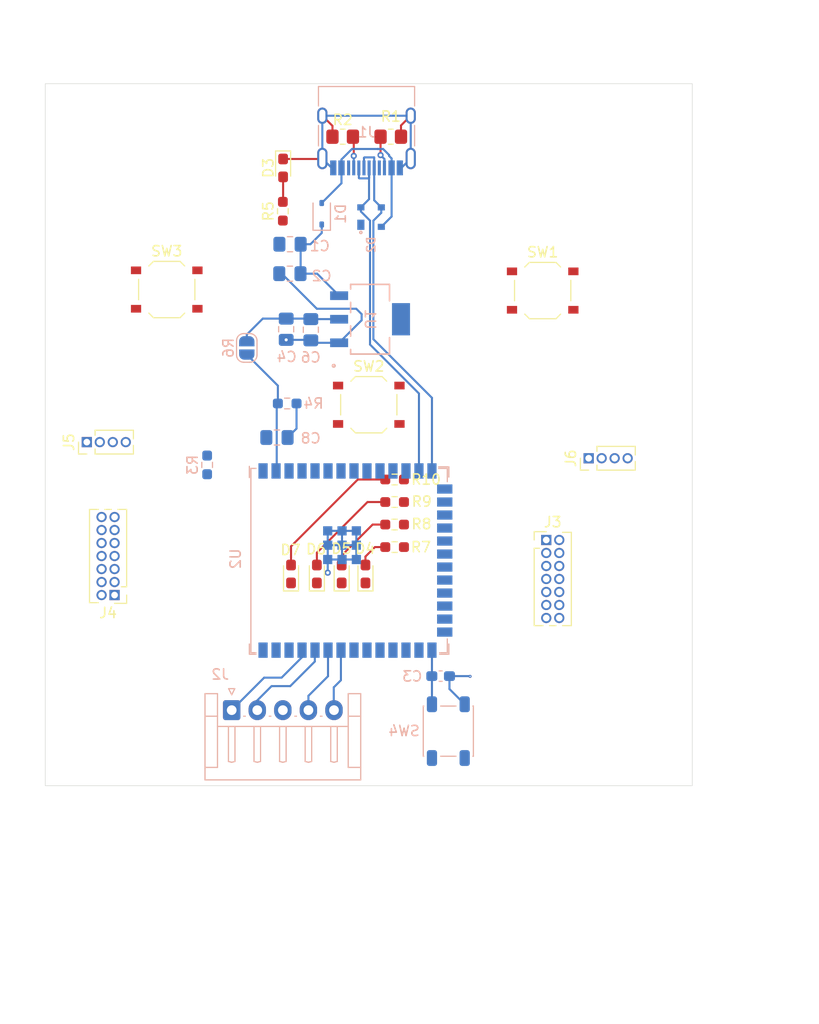
<source format=kicad_pcb>
(kicad_pcb (version 20241229) (generator "pcbnew") (generator_version "9.0")
  (layers (0 "F.Cu" signal) (2 "B.Cu" signal) (13 "F.Paste" user) (15 "B.Paste" user) (5 "F.SilkS" user "F.Silkscreen") (7 "B.SilkS" user "B.Silkscreen") (1 "F.Mask" user) (3 "B.Mask" user) (25 "Edge.Cuts" user))
  (net 0 "")
  (net 1 "GND")
  (net 2 "VCC_3V3")
  (net 3 "GPIO0")
  (net 4 "VCC_5V")
  (net 5 "VBUS")
  (net 6 "Net-(D3-A)")
  (net 7 "Net-(D5-A)")
  (net 8 "Net-(D4-A)")
  (net 9 "Net-(D6-A)")
  (net 10 "Net-(D7-A)")
  (net 11 "D-")
  (net 12 "D+")
  (net 15 "TXD0")
  (net 16 "/CC2")
  (net 17 "/CC1")
  (net 18 "RXD0")
  (net 19 "GPIO41")
  (net 20 "GPIO42")
  (net 21 "/CHIP_PU")
  (net 22 "GPIO2")
  (net 23 "GPIO1")
  (net 24 "GPIO7")
  (net 25 "GPIO10")
  (net 26 "GPIO9")
  (net 27 "GPIO8")
  (net 28 "GPIO13")
  (net 29 "GPIO4")
  (net 30 "GPIO11")
  (net 31 "GPIO14")
  (net 32 "GPIO12")
  (net 33 "GPIO5")
  (net 34 "GPIO16")
  (net 35 "GPIO18")
  (net 36 "GPIO6")
  (net 37 "GPIO17")
  (net 38 "GPIO3")
  (net 39 "ESP_3.3V")
  (net 40 "GPIO35")
  (net 41 "GPIO36")
  (net 42 "GPIO37")
  (net 43 "GPIO38")
  (net 44 "GPIO21")
  (net 45 "GPIO47")
  (net 46 "GPIO48")
  (footprint "Resistor_SMD:R_0603_1608Metric_Pad0.98x0.95mm_HandSolder" (layer "F.Cu") (at 149.975 118.4 180)
    (property "Reference" "R7" (at -2.575 0 180) (layer "F.SilkS"))
    (property "Value" "1K" (hide yes))
    (pad "1" smd roundrect (at -0.9125 0 180) (size 0.975 0.95) (layers "F.Cu" "F.Mask" "F.Paste") (net 43 "GPIO38"))
    (pad "2" smd roundrect (at 0.9125 0 180) (size 0.975 0.95) (layers "F.Cu" "F.Mask" "F.Paste") (net 8 "Net-(D4-A)"))
  )
  (footprint "LED_SMD:LED_0603_1608Metric_Pad1.05x0.95mm_HandSolder" (layer "F.Cu") (at 142.375 121.025 90)
    (property "Reference" "D6" (at 2.425 -0.075 0) (layer "F.SilkS"))
    (property "Value" "LED" (hide yes))
    (pad "1" smd roundrect (at -0.875 0 90) (size 1.05 0.95) (layers "F.Cu" "F.Mask" "F.Paste") (net 1 "GND"))
    (pad "2" smd roundrect (at 0.875 0 90) (size 1.05 0.95) (layers "F.Cu" "F.Mask" "F.Paste") (net 9 "Net-(D6-A)"))
  )
  (footprint "Resistor_SMD:R_0603_1608Metric_Pad0.98x0.95mm_HandSolder" (layer "F.Cu") (at 149.975 111.8 180)
    (property "Reference" "R10" (at -3.075 0 180) (layer "F.SilkS"))
    (property "Value" "1K" (hide yes))
    (pad "1" smd roundrect (at -0.9125 0 180) (size 0.975 0.95) (layers "F.Cu" "F.Mask" "F.Paste") (net 40 "GPIO35"))
    (pad "2" smd roundrect (at 0.9125 0 180) (size 0.975 0.95) (layers "F.Cu" "F.Mask" "F.Paste") (net 10 "Net-(D7-A)"))
  )
  (footprint "Resistor_SMD:R_0603_1608Metric_Pad0.98x0.95mm_HandSolder" (layer "F.Cu") (at 149.975 116.2 180)
    (property "Reference" "R8" (at -2.625 0.05 180) (layer "F.SilkS"))
    (property "Value" "1K" (hide yes))
    (pad "1" smd roundrect (at -0.9125 0 180) (size 0.975 0.95) (layers "F.Cu" "F.Mask" "F.Paste") (net 42 "GPIO37"))
    (pad "2" smd roundrect (at 0.9125 0 180) (size 0.975 0.95) (layers "F.Cu" "F.Mask" "F.Paste") (net 7 "Net-(D5-A)"))
  )
  (footprint "LED_SMD:LED_0603_1608Metric_Pad1.05x0.95mm_HandSolder" (layer "F.Cu") (at 144.8 121.025 90)
    (property "Reference" "D5" (at 2.475 -0.025 0) (layer "F.SilkS"))
    (property "Value" "LED" (hide yes))
    (pad "1" smd roundrect (at -0.875 0 90) (size 1.05 0.95) (layers "F.Cu" "F.Mask" "F.Paste") (net 1 "GND"))
    (pad "2" smd roundrect (at 0.875 0 90) (size 1.05 0.95) (layers "F.Cu" "F.Mask" "F.Paste") (net 7 "Net-(D5-A)"))
  )
  (footprint "Button_Switch_SMD:SW_Push_1P1T_XKB_TS-1187A" (layer "F.Cu") (at 147.45 104.5)
    (property "Reference" "SW2" (at 0 -3.75 0) (layer "F.SilkS"))
    (property "Value" "SW_Push" (hide yes))
    (pad "1" smd rect (at -3 -1.875) (size 1 0.75) (layers "F.Cu" "F.Mask" "F.Paste") (net 1 "GND"))
    (pad "1" smd rect (at 3 -1.875) (size 1 0.75) (layers "F.Cu" "F.Mask" "F.Paste") (net 1 "GND"))
    (pad "2" smd rect (at -3 1.875) (size 1 0.75) (layers "F.Cu" "F.Mask" "F.Paste") (net 45 "GPIO47"))
    (pad "2" smd rect (at 3 1.875) (size 1 0.75) (layers "F.Cu" "F.Mask" "F.Paste") (net 45 "GPIO47"))
  )
  (footprint "LED_SMD:LED_0603_1608Metric_Pad1.05x0.95mm_HandSolder" (layer "F.Cu") (at 147.125 121.025 90)
    (property "Reference" "D4" (at 2.475 -0.025 0) (layer "F.SilkS"))
    (property "Value" "LED" (hide yes))
    (pad "1" smd roundrect (at -0.875 0 90) (size 1.05 0.95) (layers "F.Cu" "F.Mask" "F.Paste") (net 1 "GND"))
    (pad "2" smd roundrect (at 0.875 0 90) (size 1.05 0.95) (layers "F.Cu" "F.Mask" "F.Paste") (net 8 "Net-(D4-A)"))
  )
  (footprint "Connector_PinHeader_1.27mm:PinHeader_1x04_P1.27mm_Vertical" (layer "F.Cu") (at 119.885 108.15 90)
    (property "Reference" "J5" (at 0 -1.745 90) (layer "F.SilkS"))
    (property "Value" "left sholder")
    (pad "1" thru_hole rect (at 0 0 90) (size 1 1) (drill 0.65) (layers "*.Cu" "*.Mask") (net 2 "VCC_3V3"))
    (pad "2" thru_hole circle (at 0 1.27 90) (size 1 1) (drill 0.65) (layers "*.Cu" "*.Mask") (net 35 "GPIO18"))
    (pad "3" thru_hole circle (at 0 2.54 90) (size 1 1) (drill 0.65) (layers "*.Cu" "*.Mask") (net 36 "GPIO6"))
    (pad "4" thru_hole circle (at 0 3.81 90) (size 1 1) (drill 0.65) (layers "*.Cu" "*.Mask") (net 1 "GND"))
  )
  (footprint "LED_SMD:LED_0603_1608Metric_Pad1.05x0.95mm_HandSolder" (layer "F.Cu") (at 139.85 121.025 90)
    (property "Reference" "D7" (at 2.35 -0.05 0) (layer "F.SilkS"))
    (property "Value" "LED" (hide yes))
    (pad "1" smd roundrect (at -0.875 0 90) (size 1.05 0.95) (layers "F.Cu" "F.Mask" "F.Paste") (net 1 "GND"))
    (pad "2" smd roundrect (at 0.875 0 90) (size 1.05 0.95) (layers "F.Cu" "F.Mask" "F.Paste") (net 10 "Net-(D7-A)"))
  )
  (footprint "Resistor_SMD:R_0805_2012Metric_Pad1.20x1.40mm_HandSolder" (layer "F.Cu") (at 144.9 78.325)
    (property "Reference" "R2" (at 0 -1.65 0) (layer "F.SilkS"))
    (property "Value" "5.1K")
    (pad "1" smd roundrect (at -1 0) (size 1.2 1.4) (layers "F.Cu" "F.Mask" "F.Paste") (roundrect_rratio 0.208333) (net 1 "GND"))
    (pad "2" smd roundrect (at 1 0) (size 1.2 1.4) (layers "F.Cu" "F.Mask" "F.Paste") (roundrect_rratio 0.208333) (net 17 "/CC1"))
  )
  (footprint "Connector_PinHeader_1.27mm:PinHeader_2x07_P1.27mm_Vertical" (layer "F.Cu") (at 122.6 123.085 180)
    (property "Reference" "J4" (at 0.635 -1.745 0) (layer "F.SilkS"))
    (property "Value" "left face mod")
    (pad "1" thru_hole rect (at 0 0 180) (size 1 1) (drill 0.65) (layers "*.Cu" "*.Mask") (net 34 "GPIO16"))
    (pad "2" thru_hole circle (at 1.27 0 180) (size 1 1) (drill 0.65) (layers "*.Cu" "*.Mask") (net 2 "VCC_3V3"))
    (pad "3" thru_hole circle (at 0 1.27 180) (size 1 1) (drill 0.65) (layers "*.Cu" "*.Mask") (net 33 "GPIO5"))
    (pad "4" thru_hole circle (at 1.27 1.27 180) (size 1 1) (drill 0.65) (layers "*.Cu" "*.Mask"))
    (pad "5" thru_hole circle (at 0 2.54 180) (size 1 1) (drill 0.65) (layers "*.Cu" "*.Mask") (net 29 "GPIO4"))
    (pad "6" thru_hole circle (at 1.27 2.54 180) (size 1 1) (drill 0.65) (layers "*.Cu" "*.Mask") (net 1 "GND"))
    (pad "7" thru_hole circle (at 0 3.81 180) (size 1 1) (drill 0.65) (layers "*.Cu" "*.Mask") (net 28 "GPIO13"))
    (pad "8" thru_hole circle (at 1.27 3.81 180) (size 1 1) (drill 0.65) (layers "*.Cu" "*.Mask"))
    (pad "9" thru_hole circle (at 0 5.08 180) (size 1 1) (drill 0.65) (layers "*.Cu" "*.Mask") (net 32 "GPIO12"))
    (pad "10" thru_hole circle (at 1.27 5.08 180) (size 1 1) (drill 0.65) (layers "*.Cu" "*.Mask") (net 2 "VCC_3V3"))
    (pad "11" thru_hole circle (at 0 6.35 180) (size 1 1) (drill 0.65) (layers "*.Cu" "*.Mask") (net 31 "GPIO14"))
    (pad "12" thru_hole circle (at 1.27 6.35 180) (size 1 1) (drill 0.65) (layers "*.Cu" "*.Mask"))
    (pad "13" thru_hole circle (at 0 7.62 180) (size 1 1) (drill 0.65) (layers "*.Cu" "*.Mask") (net 30 "GPIO11"))
    (pad "14" thru_hole circle (at 1.27 7.62 180) (size 1 1) (drill 0.65) (layers "*.Cu" "*.Mask") (net 1 "GND"))
  )
  (footprint "Resistor_SMD:R_0603_1608Metric_Pad0.98x0.95mm_HandSolder" (layer "F.Cu") (at 139.05 85.6 90)
    (property "Reference" "R5" (at 0 -1.43 90) (layer "F.SilkS"))
    (property "Value" "1K")
    (pad "1" smd roundrect (at -0.9125 0 90) (size 0.975 0.95) (layers "F.Cu" "F.Mask" "F.Paste") (net 2 "VCC_3V3"))
    (pad "2" smd roundrect (at 0.9125 0 90) (size 0.975 0.95) (layers "F.Cu" "F.Mask" "F.Paste") (net 6 "Net-(D3-A)"))
  )
  (footprint "Resistor_SMD:R_0805_2012Metric_Pad1.20x1.40mm_HandSolder" (layer "F.Cu") (at 149.6 78.325 180)
    (property "Reference" "R1" (at 0 1.975 0) (layer "F.SilkS"))
    (property "Value" "5.1K")
    (pad "1" smd roundrect (at -1 0 180) (size 1.2 1.4) (layers "F.Cu" "F.Mask" "F.Paste") (roundrect_rratio 0.208333) (net 1 "GND"))
    (pad "2" smd roundrect (at 1 0 180) (size 1.2 1.4) (layers "F.Cu" "F.Mask" "F.Paste") (roundrect_rratio 0.208333) (net 16 "/CC2"))
  )
  (footprint "LED_SMD:LED_0603_1608Metric_Pad1.05x0.95mm_HandSolder" (layer "F.Cu") (at 139.075 81.375 -90)
    (property "Reference" "D3" (at 0 1.45 90) (layer "F.SilkS"))
    (property "Value" "LED" (hide yes))
    (pad "1" smd roundrect (at -0.875 0 270) (size 1.05 0.95) (layers "F.Cu" "F.Mask" "F.Paste") (net 1 "GND"))
    (pad "2" smd roundrect (at 0.875 0 270) (size 1.05 0.95) (layers "F.Cu" "F.Mask" "F.Paste") (net 6 "Net-(D3-A)"))
  )
  (footprint "Connector_PinHeader_1.27mm:PinHeader_1x04_P1.27mm_Vertical" (layer "F.Cu") (at 168.945 109.725 90)
    (property "Reference" "J6" (at 0 -1.745 90) (layer "F.SilkS"))
    (property "Value" "right sholder")
    (pad "1" thru_hole rect (at 0 0 90) (size 1 1) (drill 0.65) (layers "*.Cu" "*.Mask") (net 2 "VCC_3V3"))
    (pad "2" thru_hole circle (at 0 1.27 90) (size 1 1) (drill 0.65) (layers "*.Cu" "*.Mask") (net 37 "GPIO17"))
    (pad "3" thru_hole circle (at 0 2.54 90) (size 1 1) (drill 0.65) (layers "*.Cu" "*.Mask") (net 38 "GPIO3"))
    (pad "4" thru_hole circle (at 0 3.81 90) (size 1 1) (drill 0.65) (layers "*.Cu" "*.Mask") (net 1 "GND"))
  )
  (footprint "Connector_PinHeader_1.27mm:PinHeader_2x07_P1.27mm_Vertical" (layer "F.Cu") (at 164.8 117.705)
    (property "Reference" "J3" (at 0.635 -1.745 0) (layer "F.SilkS"))
    (property "Value" "right face mod")
    (pad "1" thru_hole rect (at 0 0) (size 1 1) (drill 0.65) (layers "*.Cu" "*.Mask") (net 2 "VCC_3V3"))
    (pad "2" thru_hole circle (at 1.27 0) (size 1 1) (drill 0.65) (layers "*.Cu" "*.Mask") (net 24 "GPIO7"))
    (pad "3" thru_hole circle (at 0 1.27) (size 1 1) (drill 0.65) (layers "*.Cu" "*.Mask"))
    (pad "4" thru_hole circle (at 1.27 1.27) (size 1 1) (drill 0.65) (layers "*.Cu" "*.Mask") (net 27 "GPIO8"))
    (pad "5" thru_hole circle (at 0 2.54) (size 1 1) (drill 0.65) (layers "*.Cu" "*.Mask") (net 1 "GND"))
    (pad "6" thru_hole circle (at 1.27 2.54) (size 1 1) (drill 0.65) (layers "*.Cu" "*.Mask") (net 26 "GPIO9"))
    (pad "7" thru_hole circle (at 0 3.81) (size 1 1) (drill 0.65) (layers "*.Cu" "*.Mask"))
    (pad "8" thru_hole circle (at 1.27 3.81) (size 1 1) (drill 0.65) (layers "*.Cu" "*.Mask") (net 25 "GPIO10"))
    (pad "9" thru_hole circle (at 0 5.08) (size 1 1) (drill 0.65) (layers "*.Cu" "*.Mask") (net 2 "VCC_3V3"))
    (pad "10" thru_hole circle (at 1.27 5.08) (size 1 1) (drill 0.65) (layers "*.Cu" "*.Mask") (net 23 "GPIO1"))
    (pad "11" thru_hole circle (at 0 6.35) (size 1 1) (drill 0.65) (layers "*.Cu" "*.Mask"))
    (pad "12" thru_hole circle (at 1.27 6.35) (size 1 1) (drill 0.65) (layers "*.Cu" "*.Mask") (net 22 "GPIO2"))
    (pad "13" thru_hole circle (at 0 7.62) (size 1 1) (drill 0.65) (layers "*.Cu" "*.Mask") (net 1 "GND"))
    (pad "14" thru_hole circle (at 1.27 7.62) (size 1 1) (drill 0.65) (layers "*.Cu" "*.Mask") (net 23 "GPIO1"))
  )
  (footprint "Button_Switch_SMD:SW_Push_1P1T_XKB_TS-1187A" (layer "F.Cu") (at 164.45 93.35)
    (property "Reference" "SW1" (at 0 -3.75 0) (layer "F.SilkS"))
    (property "Value" "SW_Push" (hide yes))
    (pad "1" smd rect (at -3 -1.875) (size 1 0.75) (layers "F.Cu" "F.Mask" "F.Paste") (net 1 "GND"))
    (pad "1" smd rect (at 3 -1.875) (size 1 0.75) (layers "F.Cu" "F.Mask" "F.Paste") (net 1 "GND"))
    (pad "2" smd rect (at -3 1.875) (size 1 0.75) (layers "F.Cu" "F.Mask" "F.Paste") (net 44 "GPIO21"))
    (pad "2" smd rect (at 3 1.875) (size 1 0.75) (layers "F.Cu" "F.Mask" "F.Paste") (net 44 "GPIO21"))
  )
  (footprint "Resistor_SMD:R_0603_1608Metric_Pad0.98x0.95mm_HandSolder" (layer "F.Cu") (at 149.975 114 180)
    (property "Reference" "R9" (at -2.65 0.05 180) (layer "F.SilkS"))
    (property "Value" "1K" (hide yes))
    (pad "1" smd roundrect (at -0.9125 0 180) (size 0.975 0.95) (layers "F.Cu" "F.Mask" "F.Paste") (net 41 "GPIO36"))
    (pad "2" smd roundrect (at 0.9125 0 180) (size 0.975 0.95) (layers "F.Cu" "F.Mask" "F.Paste") (net 9 "Net-(D6-A)"))
  )
  (footprint "Button_Switch_SMD:SW_Push_1P1T_XKB_TS-1187A" (layer "F.Cu") (at 127.7 93.25)
    (property "Reference" "SW3" (at 0 -3.75 0) (layer "F.SilkS"))
    (property "Value" "SW_Push" (hide yes))
    (pad "1" smd rect (at -3 -1.875) (size 1 0.75) (layers "F.Cu" "F.Mask" "F.Paste") (net 1 "GND"))
    (pad "1" smd rect (at 3 -1.875) (size 1 0.75) (layers "F.Cu" "F.Mask" "F.Paste") (net 1 "GND"))
    (pad "2" smd rect (at -3 1.875) (size 1 0.75) (layers "F.Cu" "F.Mask" "F.Paste") (net 46 "GPIO48"))
    (pad "2" smd rect (at 3 1.875) (size 1 0.75) (layers "F.Cu" "F.Mask" "F.Paste") (net 46 "GPIO48"))
  )
  (footprint "Capacitor_SMD:C_0805_2012Metric_Pad1.18x1.45mm_HandSolder" (layer "B.Cu") (at 139.7375 91.7 180)
    (property "Reference" "C2" (at -3.1 -0.225 0) (layer "B.SilkS") (effects (justify mirror)))
    (property "Value" "0.1uF" (hide yes))
    (pad "1" smd roundrect (at -1.0375 0 180) (size 1.175 1.45) (layers "B.Cu" "B.Mask" "B.Paste") (roundrect_rratio 0.212766) (net 4 "VCC_5V"))
    (pad "2" smd roundrect (at 1.0375 0 180) (size 1.175 1.45) (layers "B.Cu" "B.Mask" "B.Paste") (roundrect_rratio 0.212766) (net 1 "GND"))
  )
  (footprint "Diode_SMD:D_SOD-323" (layer "B.Cu") (at 142.85 85.85 90)
    (property "Reference" "D1" (at 0 1.85 90) (layer "B.SilkS") (effects (justify mirror)))
    (property "Value" "1N5819WS" (hide yes))
    (pad "1" smd roundrect (at -1.05 0 90) (size 0.6 0.45) (layers "B.Cu" "B.Mask" "B.Paste") (net 4 "VCC_5V"))
    (pad "2" smd roundrect (at 1.05 0 90) (size 0.6 0.45) (layers "B.Cu" "B.Mask" "B.Paste") (net 5 "VBUS"))
  )
  (footprint "PRTR5V0U2X_215:PRTR5V0U2X_215" (layer "B.Cu") (at 147.675 86.175 90)
    (property "Reference" "D2" (at -2.7 0 90) (layer "B.SilkS") (effects (font (size 0.802567 0.802567)) (justify mirror)))
    (property "Value" "PRTR5V0U2X_215" (hide yes))
    (pad "1" smd rect (at -0.75 -1 90) (size 1 0.7) (layers "B.Cu" "B.Mask" "B.Paste") (net 1 "GND"))
    (pad "2" smd rect (at 0.95 -1 90) (size 0.6 0.7) (layers "B.Cu" "B.Mask" "B.Paste") (net 11 "D-"))
    (pad "3" smd rect (at 0.95 1 90) (size 0.6 0.7) (layers "B.Cu" "B.Mask" "B.Paste") (net 12 "D+"))
    (pad "4" smd rect (at -0.95 1 90) (size 0.6 0.7) (layers "B.Cu" "B.Mask" "B.Paste") (net 5 "VBUS"))
  )
  (footprint "PCM_Espressif:ESP32-S3-WROOM-1U" (layer "B.Cu") (at 145.375 119.715 -90)
    (property "Reference" "U2" (at -0.17 10.95 90) (layer "B.SilkS") (effects (justify mirror)))
    (property "Value" "ESP32-S3-WROOM-1U-N4" (hide yes))
    (pad "1" smd rect (at -8.75 8.26 270) (size 1.5 0.9) (layers "B.Cu" "B.Mask" "B.Paste") (net 1 "GND"))
    (pad "2" smd rect (at -8.75 6.99 270) (size 1.5 0.9) (layers "B.Cu" "B.Mask" "B.Paste") (net 39 "ESP_3.3V"))
    (pad "3" smd rect (at -8.75 5.72 270) (size 1.5 0.9) (layers "B.Cu" "B.Mask" "B.Paste") (net 21 "/CHIP_PU"))
    (pad "4" smd rect (at -8.75 4.45 270) (size 1.5 0.9) (layers "B.Cu" "B.Mask" "B.Paste") (net 29 "GPIO4"))
    (pad "5" smd rect (at -8.75 3.18 270) (size 1.5 0.9) (layers "B.Cu" "B.Mask" "B.Paste") (net 33 "GPIO5"))
    (pad "6" smd rect (at -8.75 1.91 270) (size 1.5 0.9) (layers "B.Cu" "B.Mask" "B.Paste") (net 36 "GPIO6"))
    (pad "7" smd rect (at -8.75 0.64 270) (size 1.5 0.9) (layers "B.Cu" "B.Mask" "B.Paste") (net 24 "GPIO7"))
    (pad "8" smd rect (at -8.75 -0.63 270) (size 1.5 0.9) (layers "B.Cu" "B.Mask" "B.Paste") (net 23 "GPIO1"))
    (pad "9" smd rect (at -8.75 -1.9 270) (size 1.5 0.9) (layers "B.Cu" "B.Mask" "B.Paste") (net 34 "GPIO16"))
    (pad "10" smd rect (at -8.75 -3.17 270) (size 1.5 0.9) (layers "B.Cu" "B.Mask" "B.Paste") (net 37 "GPIO17"))
    (pad "11" smd rect (at -8.75 -4.44 270) (size 1.5 0.9) (layers "B.Cu" "B.Mask" "B.Paste") (net 35 "GPIO18"))
    (pad "12" smd rect (at -8.75 -5.71 270) (size 1.5 0.9) (layers "B.Cu" "B.Mask" "B.Paste") (net 27 "GPIO8"))
    (pad "13" smd rect (at -8.75 -6.98 270) (size 1.5 0.9) (layers "B.Cu" "B.Mask" "B.Paste") (net 11 "D-"))
    (pad "14" smd rect (at -8.75 -8.25 270) (size 1.5 0.9) (layers "B.Cu" "B.Mask" "B.Paste") (net 12 "D+"))
    (pad "15" smd rect (at -6.985 -9.5 180) (size 1.5 0.9) (layers "B.Cu" "B.Mask" "B.Paste") (net 38 "GPIO3"))
    (pad "16" smd rect (at -5.715 -9.5 180) (size 1.5 0.9) (layers "B.Cu" "B.Mask" "B.Paste"))
    (pad "17" smd rect (at -4.445 -9.5 180) (size 1.5 0.9) (layers "B.Cu" "B.Mask" "B.Paste") (net 26 "GPIO9"))
    (pad "18" smd rect (at -3.175 -9.5 180) (size 1.5 0.9) (layers "B.Cu" "B.Mask" "B.Paste") (net 25 "GPIO10"))
    (pad "19" smd rect (at -1.905 -9.5 180) (size 1.5 0.9) (layers "B.Cu" "B.Mask" "B.Paste") (net 30 "GPIO11"))
    (pad "20" smd rect (at -0.635 -9.5 180) (size 1.5 0.9) (layers "B.Cu" "B.Mask" "B.Paste") (net 32 "GPIO12"))
    (pad "21" smd rect (at 0.635 -9.5 180) (size 1.5 0.9) (layers "B.Cu" "B.Mask" "B.Paste") (net 28 "GPIO13"))
    (pad "22" smd rect (at 1.905 -9.5 180) (size 1.5 0.9) (layers "B.Cu" "B.Mask" "B.Paste") (net 31 "GPIO14"))
    (pad "23" smd rect (at 3.175 -9.5 180) (size 1.5 0.9) (layers "B.Cu" "B.Mask" "B.Paste") (net 44 "GPIO21"))
    (pad "24" smd rect (at 4.445 -9.5 180) (size 1.5 0.9) (layers "B.Cu" "B.Mask" "B.Paste") (net 45 "GPIO47"))
    (pad "25" smd rect (at 5.715 -9.5 180) (size 1.5 0.9) (layers "B.Cu" "B.Mask" "B.Paste") (net 46 "GPIO48"))
    (pad "26" smd rect (at 6.985 -9.5 180) (size 1.5 0.9) (layers "B.Cu" "B.Mask" "B.Paste"))
    (pad "27" smd rect (at 8.75 -8.25 90) (size 1.5 0.9) (layers "B.Cu" "B.Mask" "B.Paste") (net 3 "GPIO0"))
    (pad "28" smd rect (at 8.75 -6.98 90) (size 1.5 0.9) (layers "B.Cu" "B.Mask" "B.Paste") (net 40 "GPIO35"))
    (pad "29" smd rect (at 8.75 -5.71 90) (size 1.5 0.9) (layers "B.Cu" "B.Mask" "B.Paste") (net 41 "GPIO36"))
    (pad "30" smd rect (at 8.75 -4.44 90) (size 1.5 0.9) (layers "B.Cu" "B.Mask" "B.Paste") (net 42 "GPIO37"))
    (pad "31" smd rect (at 8.75 -3.17 90) (size 1.5 0.9) (layers "B.Cu" "B.Mask" "B.Paste") (net 43 "GPIO38"))
    (pad "32" smd rect (at 8.75 -1.9 90) (size 1.5 0.9) (layers "B.Cu" "B.Mask" "B.Paste"))
    (pad "33" smd rect (at 8.75 -0.63 90) (size 1.5 0.9) (layers "B.Cu" "B.Mask" "B.Paste"))
    (pad "34" smd rect (at 8.75 0.64 90) (size 1.5 0.9) (layers "B.Cu" "B.Mask" "B.Paste") (net 19 "GPIO41"))
    (pad "35" smd rect (at 8.75 1.91 90) (size 1.5 0.9) (layers "B.Cu" "B.Mask" "B.Paste") (net 20 "GPIO42"))
    (pad "36" smd rect (at 8.75 3.18 90) (size 1.5 0.9) (layers "B.Cu" "B.Mask" "B.Paste") (net 18 "RXD0"))
    (pad "37" smd rect (at 8.75 4.45 90) (size 1.5 0.9) (layers "B.Cu" "B.Mask" "B.Paste") (net 15 "TXD0"))
    (pad "38" smd rect (at 8.75 5.72 90) (size 1.5 0.9) (layers "B.Cu" "B.Mask" "B.Paste") (net 22 "GPIO2"))
    (pad "39" smd rect (at 8.75 6.99 90) (size 1.5 0.9) (layers "B.Cu" "B.Mask" "B.Paste") (net 23 "GPIO1"))
    (pad "40" smd rect (at 8.75 8.26 90) (size 1.5 0.9) (layers "B.Cu" "B.Mask" "B.Paste") (net 1 "GND"))
    (pad "41" smd rect (at -2.9 -0.86 90) (size 0.9 0.9) (layers "B.Cu" "B.Mask" "B.Paste") (net 1 "GND"))
    (pad "41" smd rect (at -2.9 0.54 90) (size 0.9 0.9) (layers "B.Cu" "B.Mask" "B.Paste") (net 1 "GND"))
    (pad "41" smd rect (at -2.9 1.94 90) (size 0.9 0.9) (layers "B.Cu" "B.Mask" "B.Paste") (net 1 "GND"))
    (pad "41" smd rect (at -1.5 -0.86 90) (size 0.9 0.9) (layers "B.Cu" "B.Mask" "B.Paste") (net 1 "GND"))
    (pad "41" smd rect (at -1.5 0.54 90) (size 0.9 0.9) (layers "B.Cu" "B.Mask" "B.Paste") (net 1 "GND"))
    (pad "41" smd rect (at -1.5 1.94 90) (size 0.9 0.9) (layers "B.Cu" "B.Mask" "B.Paste") (net 1 "GND"))
    (pad "41" smd rect (at -0.1 -0.86 90) (size 0.9 0.9) (layers "B.Cu" "B.Mask" "B.Paste") (net 1 "GND"))
    (pad "41" smd rect (at -0.1 0.54 90) (size 0.9 0.9) (layers "B.Cu" "B.Mask" "B.Paste") (net 1 "GND"))
    (pad "41" smd rect (at -0.1 1.94 90) (size 0.9 0.9) (layers "B.Cu" "B.Mask" "B.Paste") (net 1 "GND"))
  )
  (footprint "12402012E212A:USB_C_Receptacle_HRO_TYPE-C-31-M-12" (layer "B.Cu") (at 147.23 77.325)
    (property "Reference" "J1" (at 0 0.56 0) (layer "B.SilkS") (effects (justify mirror)))
    (property "Value" "USB_C_Receptacle_USB2.0_16P" (hide yes))
    (pad "" np_thru_hole circle (at -2.89 2.6) (size 0.65 0.65) (drill 0.65) (layers "*.Cu" "*.Mask"))
    (pad "" np_thru_hole circle (at 2.89 2.6) (size 0.65 0.65) (drill 0.65) (layers "*.Cu" "*.Mask"))
    (pad "A1" smd rect (at -3.25 4.045) (size 0.6 1.45) (layers "B.Cu" "B.Mask" "B.Paste") (net 1 "GND"))
    (pad "A4" smd rect (at -2.45 4.045) (size 0.6 1.45) (layers "B.Cu" "B.Mask" "B.Paste") (net 5 "VBUS"))
    (pad "A5" smd rect (at -1.25 4.045) (size 0.3 1.45) (layers "B.Cu" "B.Mask" "B.Paste") (net 17 "/CC1"))
    (pad "A6" smd rect (at -0.25 4.045) (size 0.3 1.45) (layers "B.Cu" "B.Mask" "B.Paste") (net 12 "D+"))
    (pad "A7" smd rect (at 0.25 4.045) (size 0.3 1.45) (layers "B.Cu" "B.Mask" "B.Paste") (net 11 "D-"))
    (pad "A8" smd rect (at 1.25 4.045) (size 0.3 1.45) (layers "B.Cu" "B.Mask" "B.Paste"))
    (pad "A9" smd rect (at 2.45 4.045) (size 0.6 1.45) (layers "B.Cu" "B.Mask" "B.Paste") (net 5 "VBUS"))
    (pad "A12" smd rect (at 3.25 4.045) (size 0.6 1.45) (layers "B.Cu" "B.Mask" "B.Paste") (net 1 "GND"))
    (pad "B1" smd rect (at 3.25 4.045) (size 0.6 1.45) (layers "B.Cu" "B.Mask" "B.Paste") (net 1 "GND"))
    (pad "B4" smd rect (at 2.45 4.045) (size 0.6 1.45) (layers "B.Cu" "B.Mask" "B.Paste") (net 5 "VBUS"))
    (pad "B5" smd rect (at 1.75 4.045) (size 0.3 1.45) (layers "B.Cu" "B.Mask" "B.Paste") (net 16 "/CC2"))
    (pad "B6" smd rect (at 0.75 4.045) (size 0.3 1.45) (layers "B.Cu" "B.Mask" "B.Paste") (net 12 "D+"))
    (pad "B7" smd rect (at -0.75 4.045) (size 0.3 1.45) (layers "B.Cu" "B.Mask" "B.Paste") (net 11 "D-"))
    (pad "B8" smd rect (at -1.75 4.045) (size 0.3 1.45) (layers "B.Cu" "B.Mask" "B.Paste"))
    (pad "B9" smd rect (at -2.45 4.045) (size 0.6 1.45) (layers "B.Cu" "B.Mask" "B.Paste") (net 5 "VBUS"))
    (pad "B12" smd rect (at -3.25 4.045) (size 0.6 1.45) (layers "B.Cu" "B.Mask" "B.Paste") (net 1 "GND"))
    (pad "S1" thru_hole oval (at -4.32 -1.05) (size 1 1.6) (drill oval 0.6 1.2) (property pad_prop_heatsink) (layers "*.Cu" "*.Mask") (net 1 "GND"))
    (pad "S1" thru_hole oval (at -4.32 3.13) (size 1 2.1) (drill oval 0.6 1.7) (property pad_prop_heatsink) (layers "*.Cu" "*.Mask") (net 1 "GND"))
    (pad "S1" thru_hole oval (at 4.32 -1.05) (size 1 1.6) (drill oval 0.6 1.2) (property pad_prop_heatsink) (layers "*.Cu" "*.Mask") (net 1 "GND"))
    (pad "S1" thru_hole oval (at 4.32 3.13) (size 1 2.1) (drill oval 0.6 1.7) (property pad_prop_heatsink) (layers "*.Cu" "*.Mask") (net 1 "GND"))
  )
  (footprint "Button_Switch_SMD:SW_SPST_PTS647_Sx38" (layer "B.Cu") (at 155.225 136.375 90)
    (property "Reference" "SW4" (at 0.025 -4.325 0) (layer "B.SilkS") (effects (justify mirror)))
    (property "Value" "SW_Push" (hide yes))
    (pad "1" smd roundrect (at -2.625 1.6 90) (size 1.55 1) (layers "B.Cu" "B.Mask" "B.Paste") (net 1 "GND"))
    (pad "1" smd roundrect (at 2.625 1.6 90) (size 1.55 1) (layers "B.Cu" "B.Mask" "B.Paste") (net 1 "GND"))
    (pad "2" smd roundrect (at -2.625 -1.6 90) (size 1.55 1) (layers "B.Cu" "B.Mask" "B.Paste") (net 3 "GPIO0"))
    (pad "2" smd roundrect (at 2.625 -1.6 90) (size 1.55 1) (layers "B.Cu" "B.Mask" "B.Paste") (net 3 "GPIO0"))
  )
  (footprint "Capacitor_SMD:C_0805_2012Metric_Pad1.18x1.45mm_HandSolder" (layer "B.Cu") (at 139.75 88.825 180)
    (property "Reference" "C1" (at -2.9125 -0.175 0) (layer "B.SilkS") (effects (justify mirror)))
    (property "Value" "10uF" (hide yes))
    (pad "1" smd roundrect (at -1.0375 0 180) (size 1.175 1.45) (layers "B.Cu" "B.Mask" "B.Paste") (roundrect_rratio 0.212766) (net 4 "VCC_5V"))
    (pad "2" smd roundrect (at 1.0375 0 180) (size 1.175 1.45) (layers "B.Cu" "B.Mask" "B.Paste") (roundrect_rratio 0.212766) (net 1 "GND"))
  )
  (footprint "AZ1117CH_3_3TRG1:SOT-223_DIO" (layer "B.Cu") (at 147.575 96.15 90)
    (property "Reference" "U1" (at 0 0 270) (layer "B.SilkS") (effects (justify mirror)))
    (property "Value" "AZ1117CH-3.3TRG1" (hide yes))
    (pad "1" smd rect (at -2.3 -3.025 90) (size 0.8508 1.7612) (layers "B.Cu" "B.Mask" "B.Paste") (net 1 "GND"))
    (pad "2" smd rect (at 0 -3.025 90) (size 0.8508 1.7612) (layers "B.Cu" "B.Mask" "B.Paste") (net 2 "VCC_3V3"))
    (pad "3" smd rect (at 2.3 -3.025 90) (size 0.8508 1.7612) (layers "B.Cu" "B.Mask" "B.Paste") (net 4 "VCC_5V"))
    (pad "4" smd rect (at 0 3.025 90) (size 3.150799 1.7612) (layers "B.Cu" "B.Mask" "B.Paste"))
  )
  (footprint "Capacitor_SMD:C_0603_1608Metric_Pad1.08x0.95mm_HandSolder" (layer "B.Cu") (at 154.475 131 180)
    (property "Reference" "C3" (at 2.775 -0.025 0) (layer "B.SilkS") (effects (justify mirror)))
    (property "Value" "0.1uF" (hide yes))
    (pad "1" smd roundrect (at -0.8625 0 180) (size 1.075 0.95) (layers "B.Cu" "B.Mask" "B.Paste") (net 1 "GND"))
    (pad "2" smd roundrect (at 0.8625 0 180) (size 1.075 0.95) (layers "B.Cu" "B.Mask" "B.Paste") (net 3 "GPIO0"))
  )
  (footprint "Capacitor_SMD:C_0805_2012Metric_Pad1.18x1.45mm_HandSolder" (layer "B.Cu") (at 138.475 107.7 180)
    (property "Reference" "C8" (at -3.3 -0.075 0) (layer "B.SilkS") (effects (justify mirror)))
    (property "Value" "1uF")
    (pad "1" smd roundrect (at -1.0375 0 180) (size 1.175 1.45) (layers "B.Cu" "B.Mask" "B.Paste") (roundrect_rratio 0.212766) (net 21 "/CHIP_PU"))
    (pad "2" smd roundrect (at 1.0375 0 180) (size 1.175 1.45) (layers "B.Cu" "B.Mask" "B.Paste") (roundrect_rratio 0.212766) (net 1 "GND"))
  )
  (footprint "Resistor_SMD:R_0603_1608Metric_Pad0.98x0.95mm_HandSolder" (layer "B.Cu") (at 131.65 110.375 -90)
    (property "Reference" "R3" (at 0 1.43 90) (layer "B.SilkS") (effects (justify mirror)))
    (property "Value" "1K")
    (pad "1" smd roundrect (at -0.9125 0 270) (size 0.975 0.95) (layers "B.Cu" "B.Mask" "B.Paste") (net 38 "GPIO3"))
    (pad "2" smd roundrect (at 0.9125 0 270) (size 0.975 0.95) (layers "B.Cu" "B.Mask" "B.Paste") (net 2 "VCC_3V3"))
  )
  (footprint "Capacitor_SMD:C_0805_2012Metric_Pad1.18x1.45mm_HandSolder" (layer "B.Cu") (at 139.375 97.125 -90)
    (property "Reference" "C4" (at 2.7 -0.05 180) (layer "B.SilkS") (effects (justify mirror)))
    (property "Value" "0.1uF" (hide yes))
    (pad "1" smd roundrect (at -1.0375 0 270) (size 1.175 1.45) (layers "B.Cu" "B.Mask" "B.Paste") (roundrect_rratio 0.212766) (net 2 "VCC_3V3"))
    (pad "2" smd roundrect (at 1.0375 0 270) (size 1.175 1.45) (layers "B.Cu" "B.Mask" "B.Paste") (roundrect_rratio 0.212766) (net 1 "GND"))
  )
  (footprint "Capacitor_SMD:C_0805_2012Metric_Pad1.18x1.45mm_HandSolder" (layer "B.Cu") (at 141.785 97.175 -90)
    (property "Reference" "C6" (at 2.7 0.01 180) (layer "B.SilkS") (effects (justify mirror)))
    (property "Value" "10uF" (hide yes))
    (pad "1" smd roundrect (at -1.0375 0 270) (size 1.175 1.45) (layers "B.Cu" "B.Mask" "B.Paste") (roundrect_rratio 0.212766) (net 2 "VCC_3V3"))
    (pad "2" smd roundrect (at 1.0375 0 270) (size 1.175 1.45) (layers "B.Cu" "B.Mask" "B.Paste") (roundrect_rratio 0.212766) (net 1 "GND"))
  )
  (footprint "Connector_JST:JST_EH_S5B-EH_1x05_P2.50mm_Horizontal" (layer "B.Cu") (at 134.05 134.325)
    (property "Reference" "J2" (at -1.125 -3.4925 0) (layer "B.SilkS") (effects (justify mirror)))
    (property "Value" "Conn_01x05_Pin" (hide yes))
    (pad "1" thru_hole roundrect (at 0 0) (size 1.7 1.95) (drill 0.95) (layers "*.Cu" "*.Mask") (roundrect_rratio 0.147059) (net 15 "TXD0"))
    (pad "2" thru_hole oval (at 2.5 0) (size 1.7 1.95) (drill 0.95) (layers "*.Cu" "*.Mask") (net 18 "RXD0"))
    (pad "3" thru_hole oval (at 5 0) (size 1.7 1.95) (drill 0.95) (layers "*.Cu" "*.Mask") (net 1 "GND"))
    (pad "4" thru_hole oval (at 7.5 0) (size 1.7 1.95) (drill 0.95) (layers "*.Cu" "*.Mask") (net 20 "GPIO42"))
    (pad "5" thru_hole oval (at 10 0) (size 1.7 1.95) (drill 0.95) (layers "*.Cu" "*.Mask") (net 19 "GPIO41"))
  )
  (footprint "Resistor_SMD:R_0603_1608Metric_Pad0.98x0.95mm_HandSolder" (layer "B.Cu") (at 139.475 104.375 180)
    (property "Reference" "R4" (at -2.575 0 0) (layer "B.SilkS") (effects (justify mirror)))
    (property "Value" "10K" (hide yes))
    (pad "1" smd roundrect (at -0.9125 0 180) (size 0.975 0.95) (layers "B.Cu" "B.Mask" "B.Paste") (net 21 "/CHIP_PU"))
    (pad "2" smd roundrect (at 0.9125 0 180) (size 0.975 0.95) (layers "B.Cu" "B.Mask" "B.Paste") (net 39 "ESP_3.3V"))
  )
  (footprint "Jumper:SolderJumper-2_P1.3mm_Open_RoundedPad1.0x1.5mm" (layer "B.Cu") (at 135.525 98.95 -90)
    (property "Reference" "R6" (at 0 1.8 90) (layer "B.SilkS") (effects (justify mirror)))
    (property "Value" "0" (hide yes))
    (pad "1" smd custom (at -0.65 0 270) (size 1 0.5) (layers "B.Cu" "B.Mask") (net 2 "VCC_3V3") (options (clearance outline) (anchor rect)) (primitives (gr_circle (center 0 -0.25) (end 0.5 -0.25) (width 0) (fill yes)) (gr_circle (center 0 0.25) (end 0.5 0.25) (width 0) (fill yes)) (gr_poly (pts (xy 0.5 -0.75) (xy 0 -0.75) (xy 0 0.75) (xy 0.5 0.75)) (width 0) (fill yes))))
    (pad "2" smd custom (at 0.65 0 270) (size 1 0.5) (layers "B.Cu" "B.Mask") (net 39 "ESP_3.3V") (options (clearance outline) (anchor rect)) (primitives (gr_circle (center 0 -0.25) (end 0.5 -0.25) (width 0) (fill yes)) (gr_circle (center 0 0.25) (end 0.5 0.25) (width 0) (fill yes)) (gr_poly (pts (xy 0 -0.75) (xy -0.5 -0.75) (xy -0.5 0.75) (xy 0 0.75)) (width 0) (fill yes))))
  )
  (gr_rect (start 115.825 73.15) (end 179.075 141.7) (stroke (width 0.05)) (fill no) (layer "Edge.Cuts"))
  (segment (start 150.6 78.325) (end 150.6 77.225) (width 0.2) (layer "F.Cu") (net 1))
  (segment (start 143.9 78.325) (end 143.9 77.265) (width 0.2) (layer "F.Cu") (net 1))
  (segment (start 142.865 80.5) (end 142.91 80.455) (width 0.2) (layer "F.Cu") (net 1))
  (segment (start 139.075 80.5) (end 142.865 80.5) (width 0.2) (layer "F.Cu") (net 1))
  (segment (start 150.6 77.225) (end 151.55 76.275) (width 0.2) (layer "F.Cu") (net 1))
  (segment (start 143.9 77.265) (end 142.91 76.275) (width 0.2) (layer "F.Cu") (net 1))
  (via (at 139.375 98.1625) (size 0.6) (drill 0.3) (layers "F.Cu" "B.Cu") (net 1))
  (via micro (at 157.35 131.025) (size 0.3) (drill 0.1) (layers "F.Cu" "B.Cu") (net 1))
  (via (at 143.435 120.9) (size 0.6) (drill 0.3) (layers "F.Cu" "B.Cu") (net 1))
  (segment (start 142.91 76.275) (end 142.91 80.455) (width 0.2) (layer "B.Cu") (net 1))
  (segment (start 141.735 98.1625) (end 141.785 98.2125) (width 0.2) (layer "B.Cu") (net 1))
  (segment (start 151.55 76.275) (end 151.55 80.455) (width 0.2) (layer "B.Cu") (net 1))
  (segment (start 146.235 116.815) (end 146.235 119.615) (width 0.2) (layer "B.Cu") (net 1))
  (segment (start 157.325 131) (end 157.35 131.025) (width 0.2) (layer "B.Cu") (net 1))
  (segment (start 150.48 81.37) (end 150.635 81.37) (width 0.2) (layer "B.Cu") (net 1))
  (segment (start 150.635 81.37) (end 151.55 80.455) (width 0.2) (layer "B.Cu") (net 1))
  (segment (start 142.91 76.275) (end 151.55 76.275) (width 0.2) (layer "B.Cu") (net 1))
  (segment (start 155.3375 131) (end 157.325 131) (width 0.2) (layer "B.Cu") (net 1))
  (segment (start 143.435 116.815) (end 143.435 119.615) (width 0.2) (layer "B.Cu") (net 1))
  (segment (start 146.225 95.125) (end 146.75 95.65) (width 0.2) (layer "B.Cu") (net 1))
  (segment (start 142.37116 95.125) (end 146.225 95.125) (width 0.2) (layer "B.Cu") (net 1))
  (segment (start 146.75 96.25) (end 144.55 98.45) (width 0.2) (layer "B.Cu") (net 1))
  (segment (start 143.435 116.815) (end 146.235 116.815) (width 0.2) (layer "B.Cu") (net 1))
  (segment (start 143.435 120.9) (end 143.435 119.615) (width 0.2) (layer "B.Cu") (net 1))
  (segment (start 143.435 119.615) (end 146.235 119.615) (width 0.2) (layer "B.Cu") (net 1))
  (segment (start 142.0225 98.45) (end 141.785 98.2125) (width 0.2) (layer "B.Cu") (net 1))
  (segment (start 138.7 91.7) (end 138.94616 91.7) (width 0.2) (layer "B.Cu") (net 1))
  (segment (start 143.435 118.215) (end 146.235 118.215) (width 0.2) (layer "B.Cu") (net 1))
  (segment (start 143.825 81.37) (end 142.91 80.455) (width 0.2) (layer "B.Cu") (net 1))
  (segment (start 155.3375 132.2625) (end 156.825 133.75) (width 0.2) (layer "B.Cu") (net 1))
  (segment (start 143.98 81.37) (end 143.825 81.37) (width 0.2) (layer "B.Cu") (net 1))
  (segment (start 155.3375 131) (end 155.3375 132.2625) (width 0.2) (layer "B.Cu") (net 1))
  (segment (start 144.835 116.815) (end 144.835 119.615) (width 0.2) (layer "B.Cu") (net 1))
  (segment (start 138.94616 91.7) (end 142.37116 95.125) (width 0.2) (layer "B.Cu") (net 1))
  (segment (start 144.55 98.45) (end 142.0225 98.45) (width 0.2) (layer "B.Cu") (net 1))
  (segment (start 146.75 95.65) (end 146.75 96.25) (width 0.2) (layer "B.Cu") (net 1))
  (segment (start 139.375 98.1625) (end 141.735 98.1625) (width 0.2) (layer "B.Cu") (net 1))
  (segment (start 135.525 97.65) (end 137.0875 96.0875) (width 0.2) (layer "B.Cu") (net 2))
  (segment (start 141.785 96.1375) (end 144.5375 96.1375) (width 0.2) (layer "B.Cu") (net 2))
  (segment (start 135.525 98.3) (end 135.525 97.65) (width 0.2) (layer "B.Cu") (net 2))
  (segment (start 139.375 96.0875) (end 141.735 96.0875) (width 0.2) (layer "B.Cu") (net 2))
  (segment (start 141.735 96.0875) (end 141.785 96.1375) (width 0.2) (layer "B.Cu") (net 2))
  (segment (start 144.5375 96.1375) (end 144.55 96.15) (width 0.2) (layer "B.Cu") (net 2))
  (segment (start 137.0875 96.0875) (end 139.375 96.0875) (width 0.2) (layer "B.Cu") (net 2))
  (segment (start 153.625 128.465) (end 153.625 133.75) (width 0.2) (layer "B.Cu") (net 3))
  (segment (start 140.7875 88.825) (end 140.7875 91.6875) (width 0.2) (layer "B.Cu") (net 4))
  (segment (start 142.4 91.7) (end 144.55 93.85) (width 0.2) (layer "B.Cu") (net 4))
  (segment (start 141.75 88.825) (end 142.85 87.725) (width 0.2) (layer "B.Cu") (net 4))
  (segment (start 140.7875 88.825) (end 141.75 88.825) (width 0.2) (layer "B.Cu") (net 4))
  (segment (start 140.775 91.7) (end 142.4 91.7) (width 0.2) (layer "B.Cu") (net 4))
  (segment (start 142.85 87.725) (end 142.85 86.9) (width 0.2) (layer "B.Cu") (net 4))
  (segment (start 140.7875 91.6875) (end 140.775 91.7) (width 0.2) (layer "B.Cu") (net 4))
  (segment (start 148.350057 79.524) (end 145.806057 79.524) (width 0.2) (layer "B.Cu") (net 5))
  (segment (start 148.351057 79.523) (end 148.350057 79.524) (width 0.2) (layer "B.Cu") (net 5))
  (segment (start 149.44 80.114057) (end 148.848943 79.523) (width 0.2) (layer "B.Cu") (net 5))
  (segment (start 144.78 81.37) (end 144.78 82.87) (width 0.2) (layer "B.Cu") (net 5))
  (segment (start 149.68 81.37) (end 149.68 86.12) (width 0.2) (layer "B.Cu") (net 5))
  (segment (start 145.806057 79.524) (end 144.78 80.550057) (width 0.2) (layer "B.Cu") (net 5))
  (segment (start 149.68 86.12) (end 148.675 87.125) (width 0.2) (layer "B.Cu") (net 5))
  (segment (start 149.68 81.37) (end 149.68 80.446665) (width 0.2) (layer "B.Cu") (net 5))
  (segment (start 144.78 80.550057) (end 144.78 81.37) (width 0.2) (layer "B.Cu") (net 5))
  (segment (start 148.848943 79.523) (end 148.351057 79.523) (width 0.2) (layer "B.Cu") (net 5))
  (segment (start 149.44 80.206665) (end 149.44 80.114057) (width 0.2) (layer "B.Cu") (net 5))
  (segment (start 149.68 80.446665) (end 149.44 80.206665) (width 0.2) (layer "B.Cu") (net 5))
  (segment (start 144.78 82.87) (end 142.85 84.8) (width 0.2) (layer "B.Cu") (net 5))
  (segment (start 139.075 82.25) (end 139.075 84.6625) (width 0.2) (layer "F.Cu") (net 6))
  (segment (start 139.075 84.6625) (end 139.05 84.6875) (width 0.2) (layer "F.Cu") (net 6))
  (segment (start 149.0625 116.2) (end 147.825 116.2) (width 0.2) (layer "F.Cu") (net 7))
  (segment (start 144.8 119.225) (end 144.8 120.15) (width 0.2) (layer "F.Cu") (net 7))
  (segment (start 147.825 116.2) (end 144.8 119.225) (width 0.2) (layer "F.Cu") (net 7))
  (segment (start 148.05 118.4) (end 147.125 119.325) (width 0.2) (layer "F.Cu") (net 8))
  (segment (start 147.125 119.325) (end 147.125 120.15) (width 0.2) (layer "F.Cu") (net 8))
  (segment (start 149.0625 118.4) (end 148.05 118.4) (width 0.2) (layer "F.Cu") (net 8))
  (segment (start 147.325 114) (end 142.375 118.95) (width 0.2) (layer "F.Cu") (net 9))
  (segment (start 149.0625 114) (end 147.325 114) (width 0.2) (layer "F.Cu") (net 9))
  (segment (start 142.375 118.95) (end 142.375 120.15) (width 0.2) (layer "F.Cu") (net 9))
  (segment (start 149.0625 111.8) (end 146.375 111.8) (width 0.2) (layer "F.Cu") (net 10))
  (segment (start 146.375 111.8) (end 139.85 118.325) (width 0.2) (layer "F.Cu") (net 10))
  (segment (start 139.85 118.325) (end 139.85 120.15) (width 0.2) (layer "F.Cu") (net 10))
  (segment (start 147.572 98.622) (end 152.355 103.405) (width 0.2) (layer "B.Cu") (net 11))
  (segment (start 147.572 86.522) (end 147.572 98.622) (width 0.2) (layer "B.Cu") (net 11))
  (segment (start 146.675 85.625) (end 147.572 86.522) (width 0.2) (layer "B.Cu") (net 11))
  (segment (start 147.475 84.425) (end 146.675 85.225) (width 0.2) (layer "B.Cu") (net 11))
  (segment (start 147.48 81.37) (end 147.475 81.375) (width 0.2) (layer "B.Cu") (net 11))
  (segment (start 147.48 81.37) (end 147.48 82.347) (width 0.2) (layer "B.Cu") (net 11))
  (segment (start 147.48 82.347) (end 147.431 82.396) (width 0.2) (layer "B.Cu") (net 11))
  (segment (start 147.475 81.375) (end 147.475 84.425) (width 0.2) (layer "B.Cu") (net 11))
  (segment (start 152.355 103.405) (end 152.355 110.965) (width 0.2) (layer "B.Cu") (net 11))
  (segment (start 146.675 85.225) (end 146.675 85.625) (width 0.2) (layer "B.Cu") (net 11))
  (segment (start 146.529 82.396) (end 146.48 82.347) (width 0.2) (layer "B.Cu") (net 11))
  (segment (start 147.431 82.396) (end 146.529 82.396) (width 0.2) (layer "B.Cu") (net 11))
  (segment (start 146.48 82.347) (end 146.48 81.37) (width 0.2) (layer "B.Cu") (net 11))
  (segment (start 147.9 86.525001) (end 147.9 98.1) (width 0.2) (layer "B.Cu") (net 12))
  (segment (start 146.98 81.37) (end 146.98 80.393) (width 0.2) (layer "B.Cu") (net 12))
  (segment (start 148.675 85.225) (end 148.675 85.750001) (width 0.2) (layer "B.Cu") (net 12))
  (segment (start 147.029 80.344) (end 147.970057 80.344) (width 0.2) (layer "B.Cu") (net 12))
  (segment (start 153.625 103.825) (end 153.625 110.965) (width 0.2) (layer "B.Cu") (net 12))
  (segment (start 146.98 80.393) (end 147.029 80.344) (width 0.2) (layer "B.Cu") (net 12))
  (segment (start 147.98 84.53) (end 148.675 85.225) (width 0.2) (layer "B.Cu") (net 12))
  (segment (start 147.970057 80.344) (end 147.98 80.353943) (width 0.2) (layer "B.Cu") (net 12))
  (segment (start 147.98 80.353943) (end 147.98 81.37) (width 0.2) (layer "B.Cu") (net 12))
  (segment (start 147.98 81.37) (end 147.98 84.53) (width 0.2) (layer "B.Cu") (net 12))
  (segment (start 148.675 85.750001) (end 147.9 86.525001) (width 0.2) (layer "B.Cu") (net 12))
  (segment (start 147.9 98.1) (end 153.625 103.825) (width 0.2) (layer "B.Cu") (net 12))
  (segment (start 140.925 128.465) (end 140.925 129.15076) (width 0.2) (layer "B.Cu") (net 15))
  (segment (start 140.925 129.15076) (end 138.92576 131.15) (width 0.2) (layer "B.Cu") (net 15))
  (segment (start 137.225 131.15) (end 134.05 134.325) (width 0.2) (layer "B.Cu") (net 15))
  (segment (start 138.92576 131.15) (end 137.225 131.15) (width 0.2) (layer "B.Cu") (net 15))
  (segment (start 148.6 80.124) (end 148.6 78.325) (width 0.2) (layer "F.Cu") (net 16))
  (via (at 148.6 80.124) (size 0.6) (drill 0.3) (layers "F.Cu" "B.Cu") (net 16))
  (segment (start 148.98 80.505) (end 148.98 81.37) (width 0.2) (layer "B.Cu") (net 16))
  (segment (start 148.6 80.124) (end 148.6 80.125) (width 0.2) (layer "B.Cu") (net 16))
  (segment (start 148.6 80.125) (end 148.98 80.505) (width 0.2) (layer "B.Cu") (net 16))
  (segment (start 145.98 78.405) (end 145.98 80.2) (width 0.2) (layer "F.Cu") (net 17))
  (segment (start 145.9 78.325) (end 145.98 78.405) (width 0.2) (layer "F.Cu") (net 17))
  (via (at 145.98 80.2) (size 0.6) (drill 0.3) (layers "F.Cu" "B.Cu") (net 17))
  (segment (start 145.98 80.2) (end 145.98 81.37) (width 0.2) (layer "B.Cu") (net 17))
  (segment (start 142.195 128.465) (end 142.175 128.465) (width 0.2) (layer "B.Cu") (net 18))
  (segment (start 139.772 131.978) (end 137.947 131.978) (width 0.2) (layer "B.Cu") (net 18))
  (segment (start 142.175 129.575) (end 139.772 131.978) (width 0.2) (layer "B.Cu") (net 18))
  (segment (start 137.947 131.978) (end 136.55 133.375) (width 0.2) (layer "B.Cu") (net 18))
  (segment (start 142.175 128.465) (end 142.175 129.575) (width 0.2) (layer "B.Cu") (net 18))
  (segment (start 136.55 133.375) (end 136.55 134.325) (width 0.2) (layer "B.Cu") (net 18))
  (segment (start 144.735 128.465) (end 144.725 128.475) (width 0.2) (layer "B.Cu") (net 19))
  (segment (start 144.725 131.4) (end 144.025 132.1) (width 0.2) (layer "B.Cu") (net 19))
  (segment (start 144.025 132.1) (end 144.025 134.3) (width 0.2) (layer "B.Cu") (net 19))
  (segment (start 144.025 134.3) (end 144.05 134.325) (width 0.2) (layer "B.Cu") (net 19))
  (segment (start 144.725 128.475) (end 144.725 131.4) (width 0.2) (layer "B.Cu") (net 19))
  (segment (start 143.465 131.01) (end 141.55 132.925) (width 0.2) (layer "B.Cu") (net 20))
  (segment (start 141.55 132.925) (end 141.55 134.325) (width 0.2) (layer "B.Cu") (net 20))
  (segment (start 143.465 128.465) (end 143.465 131.01) (width 0.2) (layer "B.Cu") (net 20))
  (segment (start 140.3875 106.825) (end 139.5125 107.7) (width 0.2) (layer "B.Cu") (net 21))
  (segment (start 140.3875 104.375) (end 140.3875 106.825) (width 0.2) (layer "B.Cu") (net 21))
  (segment (start 138.5625 102.6375) (end 138.5625 104.375) (width 0.2) (layer "B.Cu") (net 39))
  (segment (start 138.45 110.9) (end 138.385 110.965) (width 0.2) (layer "B.Cu") (net 39))
  (segment (start 138.45 104.4875) (end 138.45 110.9) (width 0.2) (layer "B.Cu") (net 39))
  (segment (start 138.5625 104.375) (end 138.45 104.4875) (width 0.2) (layer "B.Cu") (net 39))
  (segment (start 135.525 99.6) (end 138.5625 102.6375) (width 0.2) (layer "B.Cu") (net 39))
)
</source>
